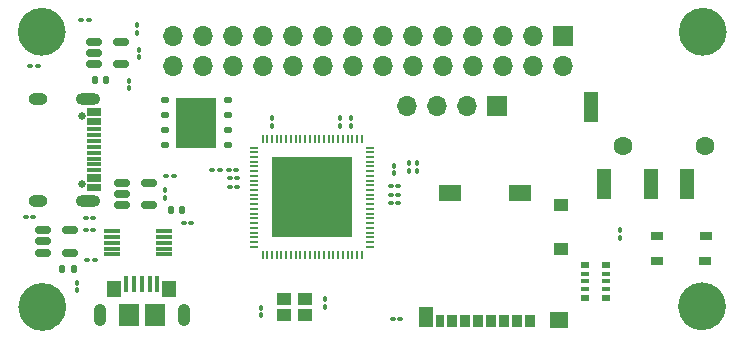
<source format=gts>
G04 #@! TF.GenerationSoftware,KiCad,Pcbnew,7.0.7*
G04 #@! TF.CreationDate,2023-09-27T05:56:12+07:00*
G04 #@! TF.ProjectId,Radianite-Micro-F1C200s,52616469-616e-4697-9465-2d4d6963726f,rev?*
G04 #@! TF.SameCoordinates,Original*
G04 #@! TF.FileFunction,Soldermask,Top*
G04 #@! TF.FilePolarity,Negative*
%FSLAX46Y46*%
G04 Gerber Fmt 4.6, Leading zero omitted, Abs format (unit mm)*
G04 Created by KiCad (PCBNEW 7.0.7) date 2023-09-27 05:56:12*
%MOMM*%
%LPD*%
G01*
G04 APERTURE LIST*
G04 Aperture macros list*
%AMRoundRect*
0 Rectangle with rounded corners*
0 $1 Rounding radius*
0 $2 $3 $4 $5 $6 $7 $8 $9 X,Y pos of 4 corners*
0 Add a 4 corners polygon primitive as box body*
4,1,4,$2,$3,$4,$5,$6,$7,$8,$9,$2,$3,0*
0 Add four circle primitives for the rounded corners*
1,1,$1+$1,$2,$3*
1,1,$1+$1,$4,$5*
1,1,$1+$1,$6,$7*
1,1,$1+$1,$8,$9*
0 Add four rect primitives between the rounded corners*
20,1,$1+$1,$2,$3,$4,$5,0*
20,1,$1+$1,$4,$5,$6,$7,0*
20,1,$1+$1,$6,$7,$8,$9,0*
20,1,$1+$1,$8,$9,$2,$3,0*%
G04 Aperture macros list end*
%ADD10C,2.027562*%
%ADD11R,1.700000X1.700000*%
%ADD12O,1.700000X1.700000*%
%ADD13RoundRect,0.100000X-0.130000X-0.100000X0.130000X-0.100000X0.130000X0.100000X-0.130000X0.100000X0*%
%ADD14C,2.100000*%
%ADD15RoundRect,0.100000X0.100000X-0.130000X0.100000X0.130000X-0.100000X0.130000X-0.100000X-0.130000X0*%
%ADD16RoundRect,0.150000X-0.512500X-0.150000X0.512500X-0.150000X0.512500X0.150000X-0.512500X0.150000X0*%
%ADD17R,1.050000X0.650000*%
%ADD18R,0.850000X1.100000*%
%ADD19R,0.750000X1.100000*%
%ADD20R,1.200000X1.000000*%
%ADD21R,1.550000X1.350000*%
%ADD22R,1.900000X1.350000*%
%ADD23R,1.170000X1.800000*%
%ADD24R,0.800000X0.480000*%
%ADD25R,0.800000X0.320000*%
%ADD26RoundRect,0.100000X0.130000X0.100000X-0.130000X0.100000X-0.130000X-0.100000X0.130000X-0.100000X0*%
%ADD27RoundRect,0.125000X-0.250000X-0.125000X0.250000X-0.125000X0.250000X0.125000X-0.250000X0.125000X0*%
%ADD28R,3.400000X4.300000*%
%ADD29O,0.200000X0.800000*%
%ADD30O,0.800000X0.200000*%
%ADD31R,6.840000X6.840000*%
%ADD32RoundRect,0.147500X-0.147500X-0.172500X0.147500X-0.172500X0.147500X0.172500X-0.147500X0.172500X0*%
%ADD33RoundRect,0.100000X-0.100000X0.130000X-0.100000X-0.130000X0.100000X-0.130000X0.100000X0.130000X0*%
%ADD34R,1.400000X0.300000*%
%ADD35R,0.400000X1.400000*%
%ADD36O,1.050000X1.900000*%
%ADD37R,1.150000X1.450000*%
%ADD38R,1.750000X1.900000*%
%ADD39C,0.650000*%
%ADD40R,1.150000X0.300000*%
%ADD41O,2.100000X1.000000*%
%ADD42O,1.600000X1.000000*%
%ADD43C,1.600000*%
%ADD44R,1.200000X2.500000*%
%ADD45R,1.150000X1.000000*%
G04 APERTURE END LIST*
D10*
X159078857Y-102100000D02*
G75*
G03*
X159078857Y-102100000I-1013781J0D01*
G01*
X159026295Y-125350000D02*
G75*
G03*
X159026295Y-125350000I-1013781J0D01*
G01*
X103113781Y-102100000D02*
G75*
G03*
X103113781Y-102100000I-1013781J0D01*
G01*
X103163781Y-125400000D02*
G75*
G03*
X103163781Y-125400000I-1013781J0D01*
G01*
D11*
G04 #@! TO.C,J4*
X140680000Y-108400000D03*
D12*
X138140000Y-108400000D03*
X135600000Y-108400000D03*
X133060000Y-108400000D03*
G04 #@! TD*
D13*
G04 #@! TO.C,C13*
X131635000Y-115900000D03*
X132275000Y-115900000D03*
G04 #@! TD*
D14*
G04 #@! TO.C,REF\u002A\u002A*
X102150000Y-125400000D03*
G04 #@! TD*
D13*
G04 #@! TO.C,C2*
X100735000Y-117800000D03*
X101375000Y-117800000D03*
G04 #@! TD*
D14*
G04 #@! TO.C,REF\u002A\u002A*
X158065076Y-102100000D03*
G04 #@! TD*
D15*
G04 #@! TO.C,R2*
X112500000Y-116165000D03*
X112500000Y-115525000D03*
G04 #@! TD*
D16*
G04 #@! TO.C,U3*
X102200000Y-118900000D03*
X102200000Y-119850000D03*
X102200000Y-120800000D03*
X104475000Y-120800000D03*
X104475000Y-118900000D03*
G04 #@! TD*
D17*
G04 #@! TO.C,SW1*
X154175000Y-119350000D03*
X158325000Y-119350000D03*
X154175000Y-121500000D03*
X158300000Y-121500000D03*
G04 #@! TD*
D16*
G04 #@! TO.C,U4*
X108925000Y-114900000D03*
X108925000Y-115850000D03*
X108925000Y-116800000D03*
X111200000Y-116800000D03*
X111200000Y-114900000D03*
G04 #@! TD*
D13*
G04 #@! TO.C,C4*
X114135000Y-118300000D03*
X114775000Y-118300000D03*
G04 #@! TD*
D18*
G04 #@! TO.C,J5*
X143465000Y-126600000D03*
X142365000Y-126600000D03*
X141265000Y-126600000D03*
X140165000Y-126600000D03*
X139065000Y-126600000D03*
X137965000Y-126600000D03*
X136865000Y-126600000D03*
D19*
X135815000Y-126600000D03*
D20*
X146100000Y-120450000D03*
X146100000Y-116750000D03*
D21*
X145925000Y-126475000D03*
D22*
X142600000Y-115775000D03*
X136630000Y-115775000D03*
D23*
X134605000Y-126250000D03*
G04 #@! TD*
D24*
G04 #@! TO.C,RN1*
X148100000Y-121880000D03*
D25*
X148100000Y-122600000D03*
X148100000Y-123240000D03*
X148100000Y-123880000D03*
D24*
X148100000Y-124600000D03*
X149900000Y-124600000D03*
D25*
X149900000Y-123880000D03*
X149900000Y-123240000D03*
X149900000Y-122600000D03*
D24*
X149900000Y-121880000D03*
G04 #@! TD*
D26*
G04 #@! TO.C,R1*
X106465000Y-117900000D03*
X105825000Y-117900000D03*
G04 #@! TD*
D27*
G04 #@! TO.C,U6*
X112500000Y-107890000D03*
X112500000Y-109160000D03*
X112500000Y-110430000D03*
X112500000Y-111700000D03*
X117900000Y-111700000D03*
X117900000Y-110430000D03*
X117900000Y-109160000D03*
X117900000Y-107890000D03*
D28*
X115200000Y-109795000D03*
G04 #@! TD*
D29*
G04 #@! TO.C,U1*
X129200000Y-111200000D03*
X128800000Y-111200000D03*
X128400000Y-111200000D03*
X128000000Y-111200000D03*
X127600000Y-111200000D03*
X127200000Y-111200000D03*
X126800000Y-111200000D03*
X126400000Y-111200000D03*
X126000000Y-111200000D03*
X125600000Y-111200000D03*
X125200000Y-111200000D03*
X124800000Y-111200000D03*
X124400000Y-111200000D03*
X124000000Y-111200000D03*
X123600000Y-111200000D03*
X123200000Y-111200000D03*
X122800000Y-111200000D03*
X122400000Y-111200000D03*
X122000000Y-111200000D03*
X121600000Y-111200000D03*
X121200000Y-111200000D03*
X120800000Y-111200000D03*
D30*
X120100000Y-111900000D03*
X120100000Y-112300000D03*
X120100000Y-112700000D03*
X120100000Y-113100000D03*
X120100000Y-113500000D03*
X120100000Y-113900000D03*
X120100000Y-114300000D03*
X120100000Y-114700000D03*
X120100000Y-115100000D03*
X120100000Y-115500000D03*
X120100000Y-115900000D03*
X120100000Y-116300000D03*
X120100000Y-116700000D03*
X120100000Y-117100000D03*
X120100000Y-117500000D03*
X120100000Y-117900000D03*
X120100000Y-118300000D03*
X120100000Y-118700000D03*
X120100000Y-119100000D03*
X120100000Y-119500000D03*
X120100000Y-119900000D03*
X120100000Y-120300000D03*
D29*
X120800000Y-121000000D03*
X121200000Y-121000000D03*
X121600000Y-121000000D03*
X122000000Y-121000000D03*
X122400000Y-121000000D03*
X122800000Y-121000000D03*
X123200000Y-121000000D03*
X123600000Y-121000000D03*
X124000000Y-121000000D03*
X124400000Y-121000000D03*
X124800000Y-121000000D03*
X125200000Y-121000000D03*
X125600000Y-121000000D03*
X126000000Y-121000000D03*
X126400000Y-121000000D03*
X126800000Y-121000000D03*
X127200000Y-121000000D03*
X127600000Y-121000000D03*
X128000000Y-121000000D03*
X128400000Y-121000000D03*
X128800000Y-121000000D03*
X129200000Y-121000000D03*
D30*
X129900000Y-120300000D03*
X129900000Y-119900000D03*
X129900000Y-119500000D03*
X129900000Y-119100000D03*
X129900000Y-118700000D03*
X129900000Y-118300000D03*
X129900000Y-117900000D03*
X129900000Y-117500000D03*
X129900000Y-117100000D03*
X129900000Y-116700000D03*
X129900000Y-116300000D03*
X129900000Y-115900000D03*
X129900000Y-115500000D03*
X129900000Y-115100000D03*
X129900000Y-114700000D03*
X129900000Y-114300000D03*
X129900000Y-113900000D03*
X129900000Y-113500000D03*
X129900000Y-113100000D03*
X129900000Y-112700000D03*
X129900000Y-112300000D03*
X129900000Y-111900000D03*
D31*
X125000000Y-116100000D03*
G04 #@! TD*
D32*
G04 #@! TO.C,L1*
X106615000Y-106200000D03*
X107585000Y-106200000D03*
G04 #@! TD*
D26*
G04 #@! TO.C,C16*
X118675000Y-114500000D03*
X118035000Y-114500000D03*
G04 #@! TD*
G04 #@! TO.C,C15*
X118675000Y-115250000D03*
X118035000Y-115250000D03*
G04 #@! TD*
D32*
G04 #@! TO.C,L3*
X103830000Y-122200000D03*
X104800000Y-122200000D03*
G04 #@! TD*
D33*
G04 #@! TO.C,R3*
X110200000Y-101535000D03*
X110200000Y-102175000D03*
G04 #@! TD*
D34*
G04 #@! TO.C,U2*
X108050000Y-118950000D03*
X108050000Y-119450000D03*
X108050000Y-119950000D03*
X108050000Y-120450000D03*
X108050000Y-120950000D03*
X112450000Y-120950000D03*
X112450000Y-120450000D03*
X112450000Y-119950000D03*
X112450000Y-119450000D03*
X112450000Y-118950000D03*
G04 #@! TD*
D14*
G04 #@! TO.C,REF\u002A\u002A*
X102100000Y-102100000D03*
G04 #@! TD*
D13*
G04 #@! TO.C,C19*
X131835000Y-126400000D03*
X132475000Y-126400000D03*
G04 #@! TD*
D33*
G04 #@! TO.C,C9*
X133900000Y-113235000D03*
X133900000Y-113875000D03*
G04 #@! TD*
D13*
G04 #@! TO.C,R5*
X112660000Y-114300000D03*
X113300000Y-114300000D03*
G04 #@! TD*
D35*
G04 #@! TO.C,J2*
X109280000Y-123430000D03*
X109930000Y-123430000D03*
X110580000Y-123430000D03*
X111230000Y-123430000D03*
X111880000Y-123430000D03*
D36*
X107005000Y-126080000D03*
D37*
X108260000Y-123850000D03*
D38*
X109455000Y-126080000D03*
X111705000Y-126080000D03*
D37*
X112900000Y-123850000D03*
D36*
X114155000Y-126080000D03*
G04 #@! TD*
D33*
G04 #@! TO.C,C8*
X128300000Y-109435000D03*
X128300000Y-110075000D03*
G04 #@! TD*
G04 #@! TO.C,C7*
X127400000Y-109435000D03*
X127400000Y-110075000D03*
G04 #@! TD*
D14*
G04 #@! TO.C,REF\u002A\u002A*
X158012514Y-125352562D03*
G04 #@! TD*
D39*
G04 #@! TO.C,J1*
X105480000Y-109190000D03*
X105480000Y-114970000D03*
D40*
X106545000Y-108730000D03*
X106545000Y-109530000D03*
X106545000Y-110830000D03*
X106545000Y-111830000D03*
X106545000Y-112330000D03*
X106545000Y-113330000D03*
X106545000Y-114630000D03*
X106545000Y-115430000D03*
X106545000Y-115130000D03*
X106545000Y-114330000D03*
X106545000Y-113830000D03*
X106545000Y-112830000D03*
X106545000Y-111330000D03*
X106545000Y-110330000D03*
X106545000Y-109830000D03*
X106545000Y-109030000D03*
D41*
X105980000Y-107760000D03*
D42*
X101800000Y-107760000D03*
D41*
X105980000Y-116400000D03*
D42*
X101800000Y-116400000D03*
G04 #@! TD*
D33*
G04 #@! TO.C,C10*
X133210000Y-113235000D03*
X133210000Y-113875000D03*
G04 #@! TD*
G04 #@! TO.C,R6*
X110300000Y-103635000D03*
X110300000Y-104275000D03*
G04 #@! TD*
D13*
G04 #@! TO.C,C12*
X131635000Y-115160000D03*
X132275000Y-115160000D03*
G04 #@! TD*
G04 #@! TO.C,R4*
X105835000Y-118900000D03*
X106475000Y-118900000D03*
G04 #@! TD*
G04 #@! TO.C,R8*
X116535000Y-113800000D03*
X117175000Y-113800000D03*
G04 #@! TD*
D15*
G04 #@! TO.C,R9*
X151100000Y-119565000D03*
X151100000Y-118925000D03*
G04 #@! TD*
D13*
G04 #@! TO.C,D2*
X105435000Y-101100000D03*
X106075000Y-101100000D03*
G04 #@! TD*
D33*
G04 #@! TO.C,C18*
X120700000Y-125460000D03*
X120700000Y-126100000D03*
G04 #@! TD*
G04 #@! TO.C,C11*
X131900000Y-113435000D03*
X131900000Y-114075000D03*
G04 #@! TD*
D13*
G04 #@! TO.C,C1*
X105935000Y-121400000D03*
X106575000Y-121400000D03*
G04 #@! TD*
D33*
G04 #@! TO.C,C5*
X109500000Y-106235000D03*
X109500000Y-106875000D03*
G04 #@! TD*
G04 #@! TO.C,C3*
X105100000Y-123335000D03*
X105100000Y-123975000D03*
G04 #@! TD*
G04 #@! TO.C,C6*
X121600000Y-109435000D03*
X121600000Y-110075000D03*
G04 #@! TD*
D32*
G04 #@! TO.C,L2*
X113030000Y-117200000D03*
X114000000Y-117200000D03*
G04 #@! TD*
D43*
G04 #@! TO.C,J3*
X158300000Y-111750000D03*
X151300000Y-111750000D03*
D44*
X153700000Y-115000000D03*
X156700000Y-115000000D03*
X148600000Y-108500000D03*
X149700000Y-115000000D03*
G04 #@! TD*
D13*
G04 #@! TO.C,D1*
X101135000Y-105000000D03*
X101775000Y-105000000D03*
G04 #@! TD*
D16*
G04 #@! TO.C,U5*
X106562500Y-102950000D03*
X106562500Y-103900000D03*
X106562500Y-104850000D03*
X108837500Y-104850000D03*
X108837500Y-102950000D03*
G04 #@! TD*
D45*
G04 #@! TO.C,Y1*
X122650000Y-126100000D03*
X124400000Y-126100000D03*
X124400000Y-124700000D03*
X122650000Y-124700000D03*
G04 #@! TD*
D13*
G04 #@! TO.C,C14*
X131635000Y-116600000D03*
X132275000Y-116600000D03*
G04 #@! TD*
D33*
G04 #@! TO.C,C17*
X126100000Y-124735000D03*
X126100000Y-125375000D03*
G04 #@! TD*
D13*
G04 #@! TO.C,R7*
X117935000Y-113800000D03*
X118575000Y-113800000D03*
G04 #@! TD*
D11*
G04 #@! TO.C,J6*
X146200000Y-102460000D03*
D12*
X146200000Y-105000000D03*
X143660000Y-102460000D03*
X143660000Y-105000000D03*
X141120000Y-102460000D03*
X141120000Y-105000000D03*
X138580000Y-102460000D03*
X138580000Y-105000000D03*
X136040000Y-102460000D03*
X136040000Y-105000000D03*
X133500000Y-102460000D03*
X133500000Y-105000000D03*
X130960000Y-102460000D03*
X130960000Y-105000000D03*
X128420000Y-102460000D03*
X128420000Y-105000000D03*
X125880000Y-102460000D03*
X125880000Y-105000000D03*
X123340000Y-102460000D03*
X123340000Y-105000000D03*
X120800000Y-102460000D03*
X120800000Y-105000000D03*
X118260000Y-102460000D03*
X118260000Y-105000000D03*
X115720000Y-102460000D03*
X115720000Y-105000000D03*
X113180000Y-102460000D03*
X113180000Y-105000000D03*
G04 #@! TD*
M02*

</source>
